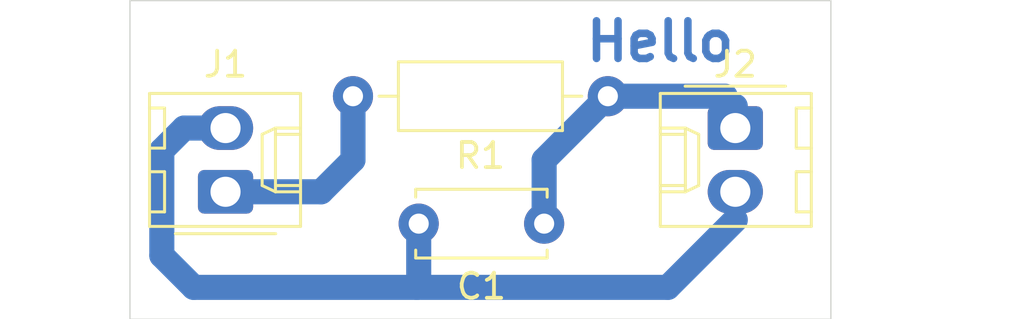
<source format=kicad_pcb>
(kicad_pcb (version 20171130) (host pcbnew 5.1.5+dfsg1-2~bpo10+1)

  (general
    (thickness 1.6)
    (drawings 5)
    (tracks 18)
    (zones 0)
    (modules 4)
    (nets 4)
  )

  (page A4)
  (layers
    (0 F.Cu signal)
    (31 B.Cu signal)
    (32 B.Adhes user)
    (33 F.Adhes user)
    (34 B.Paste user)
    (35 F.Paste user)
    (36 B.SilkS user)
    (37 F.SilkS user)
    (38 B.Mask user)
    (39 F.Mask user)
    (40 Dwgs.User user)
    (41 Cmts.User user)
    (42 Eco1.User user)
    (43 Eco2.User user)
    (44 Edge.Cuts user)
    (45 Margin user)
    (46 B.CrtYd user)
    (47 F.CrtYd user)
    (48 B.Fab user)
    (49 F.Fab user)
  )

  (setup
    (last_trace_width 0.20)
    (user_trace_width 1)
    (trace_clearance 0.2)
    (zone_clearance 0.508)
    (zone_45_only no)
    (trace_min 0.2)
    (via_size 0.8)
    (via_drill 0.4)
    (via_min_size 0.4)
    (via_min_drill 0.3)
    (uvia_size 0.3)
    (uvia_drill 0.1)
    (uvias_allowed no)
    (uvia_min_size 0.2)
    (uvia_min_drill 0.1)
    (edge_width 0.05)
    (segment_width 0.2)
    (pcb_text_width 0.3)
    (pcb_text_size 1.5 1.5)
    (mod_edge_width 0.12)
    (mod_text_size 1 1)
    (mod_text_width 0.15)
    (pad_size 1.524 1.524)
    (pad_drill 0.762)
    (pad_to_mask_clearance 0.051)
    (solder_mask_min_width 0.25)
    (aux_axis_origin 0 0)
    (visible_elements FFFFFF7F)
    (pcbplotparams
      (layerselection 0x010fc_ffffffff)
      (usegerberextensions false)
      (usegerberattributes false)
      (usegerberadvancedattributes false)
      (creategerberjobfile false)
      (excludeedgelayer true)
      (linewidth 0.100000)
      (plotframeref false)
      (viasonmask false)
      (mode 1)
      (useauxorigin false)
      (hpglpennumber 1)
      (hpglpenspeed 20)
      (hpglpendiameter 15.000000)
      (psnegative false)
      (psa4output false)
      (plotreference true)
      (plotvalue true)
      (plotinvisibletext false)
      (padsonsilk false)
      (subtractmaskfromsilk false)
      (outputformat 1)
      (mirror false)
      (drillshape 1)
      (scaleselection 1)
      (outputdirectory ""))
  )

  (net 0 "")
  (net 1 GND)
  (net 2 "Net-(C1-Pad1)")
  (net 3 "Net-(J1-Pad1)")

  (net_class Default "Esta es la clase de red por defecto."
    (clearance 0.2)
    (trace_width 0.25)
    (via_dia 0.8)
    (via_drill 0.4)
    (uvia_dia 0.3)
    (uvia_drill 0.1)
    (add_net GND)
    (add_net "Net-(C1-Pad1)")
    (add_net "Net-(J1-Pad1)")
  )

  (module Resistor_THT:R_Axial_DIN0207_L6.3mm_D2.5mm_P10.16mm_Horizontal (layer F.Cu) (tedit 5AE5139B) (tstamp 5E9B6E6A)
    (at 186.69 82.55 180)
    (descr "Resistor, Axial_DIN0207 series, Axial, Horizontal, pin pitch=10.16mm, 0.25W = 1/4W, length*diameter=6.3*2.5mm^2, http://cdn-reichelt.de/documents/datenblatt/B400/1_4W%23YAG.pdf")
    (tags "Resistor Axial_DIN0207 series Axial Horizontal pin pitch 10.16mm 0.25W = 1/4W length 6.3mm diameter 2.5mm")
    (path /5E9B5FC2)
    (fp_text reference R1 (at 5.08 -2.37) (layer F.SilkS)
      (effects (font (size 1 1) (thickness 0.15)))
    )
    (fp_text value 100 (at 5.08 2.37) (layer F.Fab)
      (effects (font (size 1 1) (thickness 0.15)))
    )
    (fp_text user %R (at 5.08 0) (layer F.Fab)
      (effects (font (size 1 1) (thickness 0.15)))
    )
    (fp_line (start 11.21 -1.5) (end -1.05 -1.5) (layer F.CrtYd) (width 0.05))
    (fp_line (start 11.21 1.5) (end 11.21 -1.5) (layer F.CrtYd) (width 0.05))
    (fp_line (start -1.05 1.5) (end 11.21 1.5) (layer F.CrtYd) (width 0.05))
    (fp_line (start -1.05 -1.5) (end -1.05 1.5) (layer F.CrtYd) (width 0.05))
    (fp_line (start 9.12 0) (end 8.35 0) (layer F.SilkS) (width 0.12))
    (fp_line (start 1.04 0) (end 1.81 0) (layer F.SilkS) (width 0.12))
    (fp_line (start 8.35 -1.37) (end 1.81 -1.37) (layer F.SilkS) (width 0.12))
    (fp_line (start 8.35 1.37) (end 8.35 -1.37) (layer F.SilkS) (width 0.12))
    (fp_line (start 1.81 1.37) (end 8.35 1.37) (layer F.SilkS) (width 0.12))
    (fp_line (start 1.81 -1.37) (end 1.81 1.37) (layer F.SilkS) (width 0.12))
    (fp_line (start 10.16 0) (end 8.23 0) (layer F.Fab) (width 0.1))
    (fp_line (start 0 0) (end 1.93 0) (layer F.Fab) (width 0.1))
    (fp_line (start 8.23 -1.25) (end 1.93 -1.25) (layer F.Fab) (width 0.1))
    (fp_line (start 8.23 1.25) (end 8.23 -1.25) (layer F.Fab) (width 0.1))
    (fp_line (start 1.93 1.25) (end 8.23 1.25) (layer F.Fab) (width 0.1))
    (fp_line (start 1.93 -1.25) (end 1.93 1.25) (layer F.Fab) (width 0.1))
    (pad 2 thru_hole oval (at 10.16 0 180) (size 1.6 1.6) (drill 0.8) (layers *.Cu *.Mask)
      (net 3 "Net-(J1-Pad1)"))
    (pad 1 thru_hole circle (at 0 0 180) (size 1.6 1.6) (drill 0.8) (layers *.Cu *.Mask)
      (net 2 "Net-(C1-Pad1)"))
    (model ${KISYS3DMOD}/Resistor_THT.3dshapes/R_Axial_DIN0207_L6.3mm_D2.5mm_P10.16mm_Horizontal.wrl
      (at (xyz 0 0 0))
      (scale (xyz 1 1 1))
      (rotate (xyz 0 0 0))
    )
  )

  (module Connector_Molex:Molex_KK-254_AE-6410-02A_1x02_P2.54mm_Vertical (layer F.Cu) (tedit 5B78013E) (tstamp 5E9B6FF6)
    (at 191.77 83.82 270)
    (descr "Molex KK-254 Interconnect System, old/engineering part number: AE-6410-02A example for new part number: 22-27-2021, 2 Pins (http://www.molex.com/pdm_docs/sd/022272021_sd.pdf), generated with kicad-footprint-generator")
    (tags "connector Molex KK-254 side entry")
    (path /5E9B7BD8)
    (fp_text reference J2 (at -2.54 0 180) (layer F.SilkS)
      (effects (font (size 1 1) (thickness 0.15)))
    )
    (fp_text value Conn_01x02_Female (at 5.08 -3.81 180) (layer F.Fab)
      (effects (font (size 1 1) (thickness 0.15)))
    )
    (fp_text user %R (at 1.27 -2.22 90) (layer F.Fab)
      (effects (font (size 1 1) (thickness 0.15)))
    )
    (fp_line (start 4.31 -3.42) (end -1.77 -3.42) (layer F.CrtYd) (width 0.05))
    (fp_line (start 4.31 3.38) (end 4.31 -3.42) (layer F.CrtYd) (width 0.05))
    (fp_line (start -1.77 3.38) (end 4.31 3.38) (layer F.CrtYd) (width 0.05))
    (fp_line (start -1.77 -3.42) (end -1.77 3.38) (layer F.CrtYd) (width 0.05))
    (fp_line (start 3.34 -2.43) (end 3.34 -3.03) (layer F.SilkS) (width 0.12))
    (fp_line (start 1.74 -2.43) (end 3.34 -2.43) (layer F.SilkS) (width 0.12))
    (fp_line (start 1.74 -3.03) (end 1.74 -2.43) (layer F.SilkS) (width 0.12))
    (fp_line (start 0.8 -2.43) (end 0.8 -3.03) (layer F.SilkS) (width 0.12))
    (fp_line (start -0.8 -2.43) (end 0.8 -2.43) (layer F.SilkS) (width 0.12))
    (fp_line (start -0.8 -3.03) (end -0.8 -2.43) (layer F.SilkS) (width 0.12))
    (fp_line (start 2.29 2.99) (end 2.29 1.99) (layer F.SilkS) (width 0.12))
    (fp_line (start 0.25 2.99) (end 0.25 1.99) (layer F.SilkS) (width 0.12))
    (fp_line (start 2.29 1.46) (end 2.54 1.99) (layer F.SilkS) (width 0.12))
    (fp_line (start 0.25 1.46) (end 2.29 1.46) (layer F.SilkS) (width 0.12))
    (fp_line (start 0 1.99) (end 0.25 1.46) (layer F.SilkS) (width 0.12))
    (fp_line (start 2.54 1.99) (end 2.54 2.99) (layer F.SilkS) (width 0.12))
    (fp_line (start 0 1.99) (end 2.54 1.99) (layer F.SilkS) (width 0.12))
    (fp_line (start 0 2.99) (end 0 1.99) (layer F.SilkS) (width 0.12))
    (fp_line (start -0.562893 0) (end -1.27 0.5) (layer F.Fab) (width 0.1))
    (fp_line (start -1.27 -0.5) (end -0.562893 0) (layer F.Fab) (width 0.1))
    (fp_line (start -1.67 -2) (end -1.67 2) (layer F.SilkS) (width 0.12))
    (fp_line (start 3.92 -3.03) (end -1.38 -3.03) (layer F.SilkS) (width 0.12))
    (fp_line (start 3.92 2.99) (end 3.92 -3.03) (layer F.SilkS) (width 0.12))
    (fp_line (start -1.38 2.99) (end 3.92 2.99) (layer F.SilkS) (width 0.12))
    (fp_line (start -1.38 -3.03) (end -1.38 2.99) (layer F.SilkS) (width 0.12))
    (fp_line (start 3.81 -2.92) (end -1.27 -2.92) (layer F.Fab) (width 0.1))
    (fp_line (start 3.81 2.88) (end 3.81 -2.92) (layer F.Fab) (width 0.1))
    (fp_line (start -1.27 2.88) (end 3.81 2.88) (layer F.Fab) (width 0.1))
    (fp_line (start -1.27 -2.92) (end -1.27 2.88) (layer F.Fab) (width 0.1))
    (pad 2 thru_hole oval (at 2.54 0 270) (size 1.74 2.2) (drill 1.2) (layers *.Cu *.Mask)
      (net 1 GND))
    (pad 1 thru_hole roundrect (at 0 0 270) (size 1.74 2.2) (drill 1.2) (layers *.Cu *.Mask) (roundrect_rratio 0.143678)
      (net 2 "Net-(C1-Pad1)"))
    (model ${KISYS3DMOD}/Connector_Molex.3dshapes/Molex_KK-254_AE-6410-02A_1x02_P2.54mm_Vertical.wrl
      (at (xyz 0 0 0))
      (scale (xyz 1 1 1))
      (rotate (xyz 0 0 0))
    )
  )

  (module Connector_Molex:Molex_KK-254_AE-6410-02A_1x02_P2.54mm_Vertical (layer F.Cu) (tedit 5B78013E) (tstamp 5E9B6E2F)
    (at 171.45 86.36 90)
    (descr "Molex KK-254 Interconnect System, old/engineering part number: AE-6410-02A example for new part number: 22-27-2021, 2 Pins (http://www.molex.com/pdm_docs/sd/022272021_sd.pdf), generated with kicad-footprint-generator")
    (tags "connector Molex KK-254 side entry")
    (path /5E9B712B)
    (fp_text reference J1 (at 5.08 0 180) (layer F.SilkS)
      (effects (font (size 1 1) (thickness 0.15)))
    )
    (fp_text value Conn_01x02_Female (at -2.54 -1.27 180) (layer F.Fab)
      (effects (font (size 1 1) (thickness 0.15)))
    )
    (fp_text user %R (at 1.27 -2.22 90) (layer F.Fab)
      (effects (font (size 1 1) (thickness 0.15)))
    )
    (fp_line (start 4.31 -3.42) (end -1.77 -3.42) (layer F.CrtYd) (width 0.05))
    (fp_line (start 4.31 3.38) (end 4.31 -3.42) (layer F.CrtYd) (width 0.05))
    (fp_line (start -1.77 3.38) (end 4.31 3.38) (layer F.CrtYd) (width 0.05))
    (fp_line (start -1.77 -3.42) (end -1.77 3.38) (layer F.CrtYd) (width 0.05))
    (fp_line (start 3.34 -2.43) (end 3.34 -3.03) (layer F.SilkS) (width 0.12))
    (fp_line (start 1.74 -2.43) (end 3.34 -2.43) (layer F.SilkS) (width 0.12))
    (fp_line (start 1.74 -3.03) (end 1.74 -2.43) (layer F.SilkS) (width 0.12))
    (fp_line (start 0.8 -2.43) (end 0.8 -3.03) (layer F.SilkS) (width 0.12))
    (fp_line (start -0.8 -2.43) (end 0.8 -2.43) (layer F.SilkS) (width 0.12))
    (fp_line (start -0.8 -3.03) (end -0.8 -2.43) (layer F.SilkS) (width 0.12))
    (fp_line (start 2.29 2.99) (end 2.29 1.99) (layer F.SilkS) (width 0.12))
    (fp_line (start 0.25 2.99) (end 0.25 1.99) (layer F.SilkS) (width 0.12))
    (fp_line (start 2.29 1.46) (end 2.54 1.99) (layer F.SilkS) (width 0.12))
    (fp_line (start 0.25 1.46) (end 2.29 1.46) (layer F.SilkS) (width 0.12))
    (fp_line (start 0 1.99) (end 0.25 1.46) (layer F.SilkS) (width 0.12))
    (fp_line (start 2.54 1.99) (end 2.54 2.99) (layer F.SilkS) (width 0.12))
    (fp_line (start 0 1.99) (end 2.54 1.99) (layer F.SilkS) (width 0.12))
    (fp_line (start 0 2.99) (end 0 1.99) (layer F.SilkS) (width 0.12))
    (fp_line (start -0.562893 0) (end -1.27 0.5) (layer F.Fab) (width 0.1))
    (fp_line (start -1.27 -0.5) (end -0.562893 0) (layer F.Fab) (width 0.1))
    (fp_line (start -1.67 -2) (end -1.67 2) (layer F.SilkS) (width 0.12))
    (fp_line (start 3.92 -3.03) (end -1.38 -3.03) (layer F.SilkS) (width 0.12))
    (fp_line (start 3.92 2.99) (end 3.92 -3.03) (layer F.SilkS) (width 0.12))
    (fp_line (start -1.38 2.99) (end 3.92 2.99) (layer F.SilkS) (width 0.12))
    (fp_line (start -1.38 -3.03) (end -1.38 2.99) (layer F.SilkS) (width 0.12))
    (fp_line (start 3.81 -2.92) (end -1.27 -2.92) (layer F.Fab) (width 0.1))
    (fp_line (start 3.81 2.88) (end 3.81 -2.92) (layer F.Fab) (width 0.1))
    (fp_line (start -1.27 2.88) (end 3.81 2.88) (layer F.Fab) (width 0.1))
    (fp_line (start -1.27 -2.92) (end -1.27 2.88) (layer F.Fab) (width 0.1))
    (pad 2 thru_hole oval (at 2.54 0 90) (size 1.74 2.2) (drill 1.2) (layers *.Cu *.Mask)
      (net 1 GND))
    (pad 1 thru_hole roundrect (at 0 0 90) (size 1.74 2.2) (drill 1.2) (layers *.Cu *.Mask) (roundrect_rratio 0.143678)
      (net 3 "Net-(J1-Pad1)"))
    (model ${KISYS3DMOD}/Connector_Molex.3dshapes/Molex_KK-254_AE-6410-02A_1x02_P2.54mm_Vertical.wrl
      (at (xyz 0 0 0))
      (scale (xyz 1 1 1))
      (rotate (xyz 0 0 0))
    )
  )

  (module Capacitor_THT:C_Disc_D5.0mm_W2.5mm_P5.00mm (layer F.Cu) (tedit 5AE50EF0) (tstamp 5E9B6E0B)
    (at 184.15 87.63 180)
    (descr "C, Disc series, Radial, pin pitch=5.00mm, , diameter*width=5*2.5mm^2, Capacitor, http://cdn-reichelt.de/documents/datenblatt/B300/DS_KERKO_TC.pdf")
    (tags "C Disc series Radial pin pitch 5.00mm  diameter 5mm width 2.5mm Capacitor")
    (path /5E9B690B)
    (fp_text reference C1 (at 2.5 -2.5) (layer F.SilkS)
      (effects (font (size 1 1) (thickness 0.15)))
    )
    (fp_text value "1 uF" (at -1.27 -2.54) (layer F.Fab)
      (effects (font (size 1 1) (thickness 0.15)))
    )
    (fp_text user %R (at 2.5 0) (layer F.Fab)
      (effects (font (size 1 1) (thickness 0.15)))
    )
    (fp_line (start 6.05 -1.5) (end -1.05 -1.5) (layer F.CrtYd) (width 0.05))
    (fp_line (start 6.05 1.5) (end 6.05 -1.5) (layer F.CrtYd) (width 0.05))
    (fp_line (start -1.05 1.5) (end 6.05 1.5) (layer F.CrtYd) (width 0.05))
    (fp_line (start -1.05 -1.5) (end -1.05 1.5) (layer F.CrtYd) (width 0.05))
    (fp_line (start 5.12 1.055) (end 5.12 1.37) (layer F.SilkS) (width 0.12))
    (fp_line (start 5.12 -1.37) (end 5.12 -1.055) (layer F.SilkS) (width 0.12))
    (fp_line (start -0.12 1.055) (end -0.12 1.37) (layer F.SilkS) (width 0.12))
    (fp_line (start -0.12 -1.37) (end -0.12 -1.055) (layer F.SilkS) (width 0.12))
    (fp_line (start -0.12 1.37) (end 5.12 1.37) (layer F.SilkS) (width 0.12))
    (fp_line (start -0.12 -1.37) (end 5.12 -1.37) (layer F.SilkS) (width 0.12))
    (fp_line (start 5 -1.25) (end 0 -1.25) (layer F.Fab) (width 0.1))
    (fp_line (start 5 1.25) (end 5 -1.25) (layer F.Fab) (width 0.1))
    (fp_line (start 0 1.25) (end 5 1.25) (layer F.Fab) (width 0.1))
    (fp_line (start 0 -1.25) (end 0 1.25) (layer F.Fab) (width 0.1))
    (pad 2 thru_hole circle (at 5 0 180) (size 1.6 1.6) (drill 0.8) (layers *.Cu *.Mask)
      (net 1 GND))
    (pad 1 thru_hole circle (at 0 0 180) (size 1.6 1.6) (drill 0.8) (layers *.Cu *.Mask)
      (net 2 "Net-(C1-Pad1)"))
    (model ${KISYS3DMOD}/Capacitor_THT.3dshapes/C_Disc_D5.0mm_W2.5mm_P5.00mm.wrl
      (at (xyz 0 0 0))
      (scale (xyz 1 1 1))
      (rotate (xyz 0 0 0))
    )
  )

  (gr_text Hello (at 188.7728 80.3656) (layer B.Cu)
    (effects (font (size 1.5 1.5) (thickness 0.3)))
  )
  (gr_line (start 167.64 91.44) (end 167.64 78.74) (layer Edge.Cuts) (width 0.05) (tstamp 5E9B6EDB))
  (gr_line (start 195.58 91.44) (end 167.64 91.44) (layer Edge.Cuts) (width 0.05))
  (gr_line (start 195.58 78.74) (end 195.58 91.44) (layer Edge.Cuts) (width 0.05))
  (gr_line (start 167.64 78.74) (end 195.58 78.74) (layer Edge.Cuts) (width 0.05))

  (segment (start 191.77 87.48) (end 191.77 86.36) (width 0.25) (layer B.Cu) (net 1))
  (segment (start 189.08 90.17) (end 191.77 87.48) (width 1) (layer B.Cu) (net 1))
  (segment (start 179.15 87.63) (end 179.15 90.09) (width 1) (layer B.Cu) (net 1))
  (segment (start 179.15 90.09) (end 179.07 90.17) (width 0.25) (layer B.Cu) (net 1))
  (segment (start 179.07 90.17) (end 189.08 90.17) (width 1) (layer B.Cu) (net 1))
  (segment (start 169.799 83.82) (end 171.45 83.82) (width 1) (layer B.Cu) (net 1))
  (segment (start 168.91 84.709) (end 169.799 83.82) (width 1) (layer B.Cu) (net 1))
  (segment (start 168.91 88.9) (end 168.91 84.709) (width 1) (layer B.Cu) (net 1))
  (segment (start 179.07 90.17) (end 170.18 90.17) (width 1) (layer B.Cu) (net 1))
  (segment (start 170.18 90.17) (end 168.91 88.9) (width 1) (layer B.Cu) (net 1))
  (segment (start 191.77 82.95) (end 191.77 83.82) (width 1) (layer B.Cu) (net 2))
  (segment (start 191.37 82.55) (end 191.77 82.95) (width 0.25) (layer B.Cu) (net 2))
  (segment (start 186.69 82.55) (end 191.37 82.55) (width 1) (layer B.Cu) (net 2))
  (segment (start 184.15 85.09) (end 186.69 82.55) (width 1) (layer B.Cu) (net 2))
  (segment (start 184.15 87.63) (end 184.15 85.09) (width 1) (layer B.Cu) (net 2))
  (segment (start 176.53 85.09) (end 176.53 82.55) (width 1) (layer B.Cu) (net 3))
  (segment (start 171.45 86.36) (end 175.26 86.36) (width 1) (layer B.Cu) (net 3))
  (segment (start 175.26 86.36) (end 176.53 85.09) (width 1) (layer B.Cu) (net 3))

)

</source>
